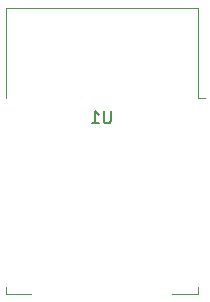
<source format=gbr>
%TF.GenerationSoftware,KiCad,Pcbnew,(5.1.7)-1*%
%TF.CreationDate,2020-10-29T12:11:27+01:00*%
%TF.ProjectId,wifi_temp_sensor,77696669-5f74-4656-9d70-5f73656e736f,rev?*%
%TF.SameCoordinates,Original*%
%TF.FileFunction,Legend,Bot*%
%TF.FilePolarity,Positive*%
%FSLAX46Y46*%
G04 Gerber Fmt 4.6, Leading zero omitted, Abs format (unit mm)*
G04 Created by KiCad (PCBNEW (5.1.7)-1) date 2020-10-29 12:11:27*
%MOMM*%
%LPD*%
G01*
G04 APERTURE LIST*
%ADD10C,0.120000*%
%ADD11C,0.150000*%
G04 APERTURE END LIST*
D10*
%TO.C,U1*%
X158742000Y-59000000D02*
X142502000Y-59000000D01*
X142502000Y-59000000D02*
X142502000Y-66620000D01*
X142502000Y-82620000D02*
X142502000Y-83240000D01*
X142502000Y-83240000D02*
X144622000Y-83240000D01*
X156622000Y-83240000D02*
X158742000Y-83240000D01*
X158742000Y-83240000D02*
X158742000Y-82620000D01*
X158742000Y-66620000D02*
X158742000Y-59000000D01*
X158742000Y-66620000D02*
X159352000Y-66620000D01*
D11*
X151383904Y-67778380D02*
X151383904Y-68587904D01*
X151336285Y-68683142D01*
X151288666Y-68730761D01*
X151193428Y-68778380D01*
X151002952Y-68778380D01*
X150907714Y-68730761D01*
X150860095Y-68683142D01*
X150812476Y-68587904D01*
X150812476Y-67778380D01*
X149812476Y-68778380D02*
X150383904Y-68778380D01*
X150098190Y-68778380D02*
X150098190Y-67778380D01*
X150193428Y-67921238D01*
X150288666Y-68016476D01*
X150383904Y-68064095D01*
%TD*%
M02*

</source>
